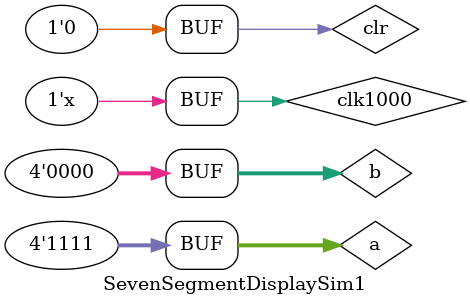
<source format=sv>
`timescale 1ns / 1ps
module SevenSegmentDisplaySim1();
    logic [6:0] a2g;
    logic [7:0] an;
    logic dp;
    logic clk1000;
    logic clr;
    
    initial begin clk1000 = 1; clr = 1; #0.001 clr = 0; end
    always #0.001 clk1000 = ~clk1000;
    
    logic [3:0] a;
    logic [3:0] b;
    SevenSegmentDisplay DS(clk1000, clr, {a, 12'b0, b, 12'b0}, an, dp, a2g);
    initial begin a = 4'b1111; b = 4'b0000; end
endmodule

</source>
